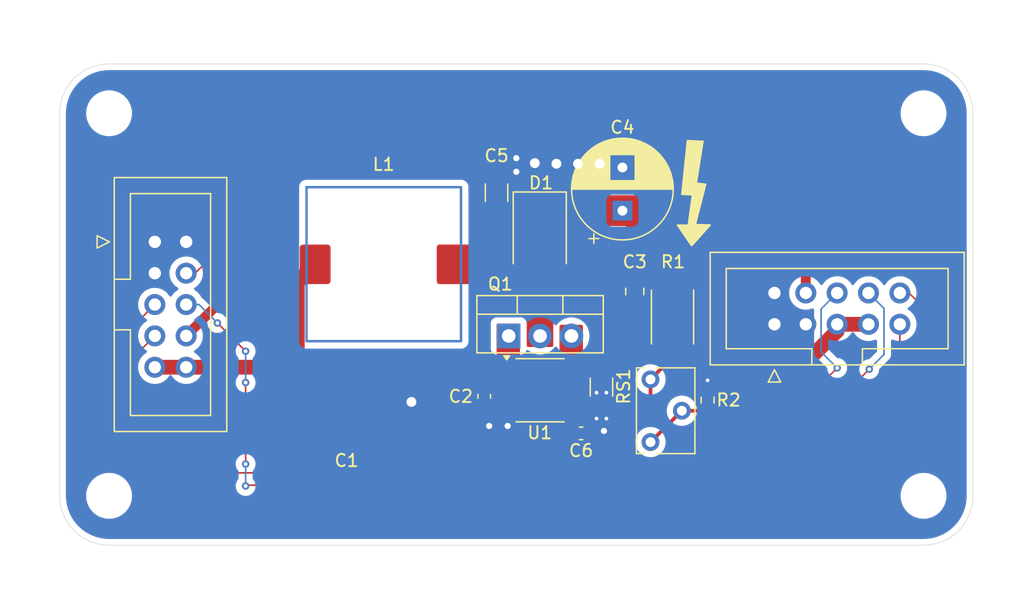
<source format=kicad_pcb>
(kicad_pcb (version 20240108) (generator "pcbnew") (generator_version "8.0")
  (title_block (title "Power Supply PCB") (date "2024-06-16") (rev "0.1.2"))
  (layers (0 "F.Cu" signal) (31 "B.Cu" signal) (34 "B.Paste" user) (35 "F.Paste" user) (36 "B.SilkS" user "B.Silkscreen") (37 "F.SilkS" user "F.Silkscreen") (38 "B.Mask" user) (39 "F.Mask" user) (44 "Edge.Cuts" user))
  (net 0 "")
  (net 1 "GND")
  (net 2 "VBUS")
  (net 3 "170V")
  (net 4 "FB")
  (net 5 "/REF_BYPASS")
  (net 6 "/DRAIN")
  (net 7 "/GATE_DRIVE")
  (net 8 "/CURRENT_SENSE")
  (net 9 "/FB_PD")
  (net 10 "LATCH")
  (net 11 "SER")
  (net 12 "CLK")
  (net 13 "+3V3")
  (net 14 "OE")
  (footprint "Package_SO:SO-8_3.9x4.9mm_P1.27mm" (layer "F.Cu") (at 154.925 92.445)
    (property "Reference" "U1" (at -0.025 3.445 0) (layer "F.SilkS") (effects (font (thickness 0.153))))
    (property "Value" "MAX1771ESA+T" (hide yes))
    (fp_line (start 0 -2.56) (end -1.95 -2.56) (stroke (width 0.12)) (layer "F.SilkS"))
    (fp_line (start 0 -2.56) (end 1.95 -2.56) (stroke (width 0.12)) (layer "F.SilkS"))
    (fp_line (start 0 2.56) (end -1.95 2.56) (stroke (width 0.12)) (layer "F.SilkS"))
    (fp_line (start 0 2.56) (end 1.95 2.56) (stroke (width 0.12)) (layer "F.SilkS"))
    (fp_poly (pts (xy -2.7 -2.465) (xy -2.94 -2.795) (xy -2.46 -2.795) (xy -2.7 -2.465)) (stroke (width 0.12)) (fill solid) (layer "F.SilkS"))
    (pad "1" smd roundrect (at -2.575 -1.905) (size 1.75 0.6) (layers "F.Cu" "F.Paste" "F.Mask") (net 7 "/GATE_DRIVE"))
    (pad "2" smd roundrect (at -2.575 -0.635) (size 1.75 0.6) (layers "F.Cu" "F.Paste" "F.Mask") (net 2 "VBUS"))
    (pad "3" smd roundrect (at -2.575 0.635) (size 1.75 0.6) (layers "F.Cu" "F.Paste" "F.Mask") (net 4 "FB"))
    (pad "4" smd roundrect (at -2.575 1.905) (size 1.75 0.6) (layers "F.Cu" "F.Paste" "F.Mask") (net 1 "GND"))
    (pad "5" smd roundrect (at 2.575 1.905) (size 1.75 0.6) (layers "F.Cu" "F.Paste" "F.Mask") (net 5 "/REF_BYPASS"))
    (pad "6" smd roundrect (at 2.575 0.635) (size 1.75 0.6) (layers "F.Cu" "F.Paste" "F.Mask") (net 1 "GND"))
    (pad "7" smd roundrect (at 2.575 -0.635) (size 1.75 0.6) (layers "F.Cu" "F.Paste" "F.Mask") (net 1 "GND"))
    (pad "8" smd roundrect (at 2.575 -1.905) (size 1.75 0.6) (layers "F.Cu" "F.Paste" "F.Mask") (net 8 "/CURRENT_SENSE"))
  )
  (footprint "MountingHole:MountingHole_3.2mm_M3" (layer "F.Cu") (at 120 70)
    (property "Reference" "H1" (hide yes))
    (property "Value" "MountingHole" (hide yes))
    (pad "" np_thru_hole circle (at 0 0) (size 3.2 3.2) (drill 3.2) (layers "*.Cu" "*.Mask"))
  )
  (footprint "MountingHole:MountingHole_3.2mm_M3" (layer "F.Cu") (at 186 70)
    (property "Reference" "H2" (hide yes))
    (property "Value" "MountingHole" (hide yes))
    (pad "" np_thru_hole circle (at 0 0) (size 3.2 3.2) (drill 3.2) (layers "*.Cu" "*.Mask"))
  )
  (footprint "Custom:EEE-FN1E680P" (layer "F.Cu") (at 139.4 93.44 -90)
    (property "Reference" "C1" (at 4.7 0.15 0) (layer "F.SilkS") (effects (font (thickness 0.153))))
    (property "Value" "68u" (hide yes))
    (pad "1" smd roundrect (at 0 2.5 270) (size 1.6 3.2) (layers "F.Cu" "F.Paste" "F.Mask") (roundrect_rratio 0.1) (net 2 "VBUS"))
    (pad "2" smd roundrect (at 0 -2.5 270) (size 1.6 3.2) (layers "F.Cu" "F.Paste" "F.Mask") (roundrect_rratio 0.1) (net 1 "GND"))
  )
  (footprint "Capacitor_SMD:C_1206_3216Metric" (layer "F.Cu") (at 151.4 76.44 90)
    (property "Reference" "C5" (at 3 0 0) (layer "F.SilkS") (effects (font (thickness 0.153))))
    (property "Value" "100n/250v" (hide yes))
    (fp_line (start -0.711252 -0.91) (end 0.711252 -0.91) (stroke (width 0.12)) (layer "F.SilkS"))
    (fp_line (start -0.711252 0.91) (end 0.711252 0.91) (stroke (width 0.12)) (layer "F.SilkS"))
    (pad "1" smd roundrect (at -1.475 0 90) (size 1.15 1.8) (layers "F.Cu" "F.Paste" "F.Mask") (roundrect_rratio 0.217391) (net 3 "170V"))
    (pad "2" smd roundrect (at 1.475 0 90) (size 1.15 1.8) (layers "F.Cu" "F.Paste" "F.Mask") (roundrect_rratio 0.217391) (net 1 "GND"))
  )
  (footprint "Package_TO_SOT_THT:TO-220-3_Vertical" (layer "F.Cu") (at 152.385 88.045)
    (property "Reference" "Q1" (at -0.685 -4.205 0) (layer "F.SilkS") (effects (font (thickness 0.153))))
    (property "Value" "IRF644PBF" (hide yes))
    (fp_line (start -2.58 -3.27) (end -2.58 1.371) (stroke (width 0.12)) (layer "F.SilkS"))
    (fp_line (start -2.58 -3.27) (end 7.66 -3.27) (stroke (width 0.12)) (layer "F.SilkS"))
    (fp_line (start -2.58 -1.76) (end 7.66 -1.76) (stroke (width 0.12)) (layer "F.SilkS"))
    (fp_line (start -2.58 1.371) (end 7.66 1.371) (stroke (width 0.12)) (layer "F.SilkS"))
    (fp_line (start 0.69 -3.27) (end 0.69 -1.76) (stroke (width 0.12)) (layer "F.SilkS"))
    (fp_line (start 4.391 -3.27) (end 4.391 -1.76) (stroke (width 0.12)) (layer "F.SilkS"))
    (fp_line (start 7.66 -3.27) (end 7.66 1.371) (stroke (width 0.12)) (layer "F.SilkS"))
    (pad "1" thru_hole rect (at 0 0) (size 1.905 2) (drill 1.1) (layers "*.Cu" "*.Mask") (net 7 "/GATE_DRIVE"))
    (pad "2" thru_hole oval (at 2.54 0) (size 1.905 2) (drill 1.1) (layers "*.Cu" "*.Mask") (net 6 "/DRAIN"))
    (pad "3" thru_hole oval (at 5.08 0) (size 1.905 2) (drill 1.1) (layers "*.Cu" "*.Mask") (net 8 "/CURRENT_SENSE"))
  )
  (footprint "Connector_IDC:IDC-Header_2x05_P2.54mm_Vertical" (layer "F.Cu") (at 123.7075 80.42)
    (property "Reference" "J2" (hide yes))
    (property "Value" "Conn_01x10_Pin" (hide yes))
    (fp_line (start -4.68 -0.5) (end -4.68 0.5) (stroke (width 0.12)) (layer "F.SilkS"))
    (fp_line (start -4.68 0.5) (end -3.68 0) (stroke (width 0.12)) (layer "F.SilkS"))
    (fp_line (start -3.68 0) (end -4.68 -0.5) (stroke (width 0.12)) (layer "F.SilkS"))
    (fp_line (start -3.29 -5.21) (end 5.83 -5.21) (stroke (width 0.12)) (layer "F.SilkS"))
    (fp_line (start -3.29 3.03) (end -1.98 3.03) (stroke (width 0.12)) (layer "F.SilkS"))
    (fp_line (start -3.29 15.37) (end -3.29 -5.21) (stroke (width 0.12)) (layer "F.SilkS"))
    (fp_line (start -1.98 -3.91) (end 4.52 -3.91) (stroke (width 0.12)) (layer "F.SilkS"))
    (fp_line (start -1.98 3.03) (end -1.98 -3.91) (stroke (width 0.12)) (layer "F.SilkS"))
    (fp_line (start -1.98 7.13) (end -3.29 7.13) (stroke (width 0.12)) (layer "F.SilkS"))
    (fp_line (start -1.98 7.13) (end -1.98 7.13) (stroke (width 0.12)) (layer "F.SilkS"))
    (fp_line (start -1.98 14.07) (end -1.98 7.13) (stroke (width 0.12)) (layer "F.SilkS"))
    (fp_line (start 4.52 -3.91) (end 4.52 14.07) (stroke (width 0.12)) (layer "F.SilkS"))
    (fp_line (start 4.52 14.07) (end -1.98 14.07) (stroke (width 0.12)) (layer "F.SilkS"))
    (fp_line (start 5.83 -5.21) (end 5.83 15.37) (stroke (width 0.12)) (layer "F.SilkS"))
    (fp_line (start 5.83 15.37) (end -3.29 15.37) (stroke (width 0.12)) (layer "F.SilkS"))
    (pad "1" thru_hole roundrect (at 0 0) (size 1.7 1.7) (drill 1) (layers "*.Cu" "*.Mask") (roundrect_rratio 0.147059) (net 1 "GND"))
    (pad "2" thru_hole circle (at 2.54 0) (size 1.7 1.7) (drill 1) (layers "*.Cu" "*.Mask") (net 1 "GND"))
    (pad "3" thru_hole circle (at 0 2.54) (size 1.7 1.7) (drill 1) (layers "*.Cu" "*.Mask") (net 1 "GND"))
    (pad "4" thru_hole circle (at 2.54 2.54) (size 1.7 1.7) (drill 1) (layers "*.Cu" "*.Mask") (net 10 "LATCH"))
    (pad "5" thru_hole circle (at 0 5.08) (size 1.7 1.7) (drill 1) (layers "*.Cu" "*.Mask") (net 12 "CLK"))
    (pad "6" thru_hole circle (at 2.54 5.08) (size 1.7 1.7) (drill 1) (layers "*.Cu" "*.Mask") (net 14 "OE"))
    (pad "7" thru_hole circle (at 0 7.62) (size 1.7 1.7) (drill 1) (layers "*.Cu" "*.Mask") (net 11 "SER"))
    (pad "8" thru_hole circle (at 2.54 7.62) (size 1.7 1.7) (drill 1) (layers "*.Cu" "*.Mask") (net 13 "+3V3"))
    (pad "9" thru_hole circle (at 0 10.16) (size 1.7 1.7) (drill 1) (layers "*.Cu" "*.Mask") (net 2 "VBUS"))
    (pad "10" thru_hole circle (at 2.54 10.16) (size 1.7 1.7) (drill 1) (layers "*.Cu" "*.Mask") (net 2 "VBUS"))
  )
  (footprint "Resistor_SMD:R_2512_6332Metric" (layer "F.Cu") (at 165.66 86.51 90)
    (property "Reference" "R1" (at 4.47 0.04 0) (layer "F.SilkS") (effects (font (thickness 0.153))))
    (property "Value" "1M5" (hide yes))
    (fp_line (start -2.177064 -1.71) (end 2.177064 -1.71) (stroke (width 0.12)) (layer "F.SilkS"))
    (fp_line (start -2.177064 1.71) (end 2.177064 1.71) (stroke (width 0.12)) (layer "F.SilkS"))
    (pad "1" smd roundrect (at -2.9625 0 90) (size 1.225 3.35) (layers "F.Cu" "F.Paste" "F.Mask") (roundrect_rratio 0.204082) (net 4 "FB"))
    (pad "2" smd roundrect (at 2.9625 0 90) (size 1.225 3.35) (layers "F.Cu" "F.Paste" "F.Mask") (roundrect_rratio 0.204082) (net 3 "170V"))
  )
  (footprint "Capacitor_SMD:C_0603_1608Metric" (layer "F.Cu") (at 158.25 95.94)
    (property "Reference" "C6" (at 0 1.4 0) (layer "F.SilkS") (effects (font (thickness 0.153))))
    (property "Value" "100n" (hide yes))
    (fp_line (start -0.14058 -0.51) (end 0.14058 -0.51) (stroke (width 0.12)) (layer "F.SilkS"))
    (fp_line (start -0.14058 0.51) (end 0.14058 0.51) (stroke (width 0.12)) (layer "F.SilkS"))
    (pad "1" smd roundrect (at -0.775 0) (size 0.9 0.95) (layers "F.Cu" "F.Paste" "F.Mask") (net 5 "/REF_BYPASS"))
    (pad "2" smd roundrect (at 0.775 0) (size 0.9 0.95) (layers "F.Cu" "F.Paste" "F.Mask") (net 1 "GND"))
  )
  (footprint "Resistor_SMD:R_1206_3216Metric_Pad1.30x1.75mm_HandSolder" (layer "F.Cu") (at 159.9 92.19 -90)
    (property "Reference" "RS1" (at -0.05 -1.8 -90) (layer "F.SilkS") (effects (font (thickness 0.153))))
    (property "Value" "0.05R" (hide yes))
    (fp_line (start -0.727064 0.91) (end 0.727064 0.91) (stroke (width 0.12)) (layer "F.SilkS"))
    (fp_line (start -0.727064 -0.91) (end 0.727064 -0.91) (stroke (width 0.12)) (layer "F.SilkS"))
    (pad "1" smd roundrect (at -1.55 0 270) (size 1.3 1.75) (layers "F.Cu" "F.Paste" "F.Mask") (roundrect_rratio 0.192308) (net 8 "/CURRENT_SENSE"))
    (pad "2" smd roundrect (at 1.55 0 270) (size 1.3 1.75) (layers "F.Cu" "F.Paste" "F.Mask") (roundrect_rratio 0.192308) (net 1 "GND"))
  )
  (footprint "MountingHole:MountingHole_3.2mm_M3" (layer "F.Cu") (at 120 101)
    (property "Reference" "H4" (hide yes))
    (property "Value" "MountingHole" (hide yes))
    (pad "" np_thru_hole circle (at 0 0) (size 3.2 3.2) (drill 3.2) (layers "*.Cu" "*.Mask"))
  )
  (footprint "MountingHole:MountingHole_3.2mm_M3" (layer "F.Cu") (at 186 101)
    (property "Reference" "H3" (hide yes))
    (property "Value" "MountingHole" (hide yes))
    (pad "" np_thru_hole circle (at 0 0) (size 3.2 3.2) (drill 3.2) (layers "*.Cu" "*.Mask"))
  )
  (footprint "Capacitor_SMD:C_0805_2012Metric" (layer "F.Cu") (at 162.6 84.44 90)
    (property "Reference" "C3" (at 2.4 0 0) (layer "F.SilkS") (effects (font (thickness 0.153))))
    (property "Value" "100p/250v" (hide yes))
    (fp_line (start -0.261252 -0.735) (end 0.261252 -0.735) (stroke (width 0.12)) (layer "F.SilkS"))
    (fp_line (start -0.261252 0.735) (end 0.261252 0.735) (stroke (width 0.12)) (layer "F.SilkS"))
    (pad "1" smd roundrect (at -0.95 0 90) (size 1 1.45) (layers "F.Cu" "F.Paste" "F.Mask") (net 4 "FB"))
    (pad "2" smd roundrect (at 0.95 0 90) (size 1 1.45) (layers "F.Cu" "F.Paste" "F.Mask") (net 3 "170V"))
  )
  (footprint "Diode_SMD:D_SMB" (layer "F.Cu") (at 154.9 80.04 -90)
    (property "Reference" "D1" (at -4.4 -0.1 180) (layer "F.SilkS") (effects (font (thickness 0.153))))
    (property "Value" "ES2F-E3/5BT" (hide yes))
    (fp_line (start -3.66 2.15) (end 2.15 2.15) (stroke (width 0.12)) (layer "F.SilkS"))
    (fp_line (start -3.66 -2.15) (end -3.66 2.15) (stroke (width 0.12)) (layer "F.SilkS"))
    (fp_line (start -3.66 -2.15) (end 2.15 -2.15) (stroke (width 0.12)) (layer "F.SilkS"))
    (pad "1" smd roundrect (at -2.15 0 270) (size 2.5 2.3) (layers "F.Cu" "F.Paste" "F.Mask") (roundrect_rratio 0.1086956522) (net 3 "170V"))
    (pad "2" smd roundrect (at 2.15 0 270) (size 2.5 2.3) (layers "F.Cu" "F.Paste" "F.Mask") (roundrect_rratio 0.1086956522) (net 6 "/DRAIN"))
  )
  (footprint "Custom:SMDRS1275-101N" (layer "F.Cu") (at 142.25 82.24)
    (property "Reference" "L1" (at 0 -8.1 0) (layer "F.SilkS") (effects (font (thickness 0.153))))
    (property "Value" "100uH" (hide yes))
    (pad "1" smd roundrect (at -5.55 0) (size 2.5 3.2) (layers "F.Cu" "F.Paste" "F.Mask") (roundrect_rratio 0.1) (net 2 "VBUS"))
    (pad "2" smd roundrect (at 5.55 0) (size 2.5 3.2) (layers "F.Cu" "F.Paste" "F.Mask") (roundrect_rratio 0.1) (net 6 "/DRAIN"))
  )
  (footprint "Connector_IDC:IDC-Header_2x05_P2.54mm_Vertical" (layer "F.Cu") (at 173.92 87.1 90)
    (property "Reference" "J3" (hide yes))
    (property "Value" "Conn_01x10_Pin" (hide yes))
    (fp_line (start 5.83 -5.21) (end 5.83 15.37) (stroke (width 0.12)) (layer "F.SilkS"))
    (fp_line (start -3.29 -5.21) (end 5.83 -5.21) (stroke (width 0.12)) (layer "F.SilkS"))
    (fp_line (start 4.52 -3.91) (end 4.52 14.07) (stroke (width 0.12)) (layer "F.SilkS"))
    (fp_line (start -1.98 -3.91) (end 4.52 -3.91) (stroke (width 0.12)) (layer "F.SilkS"))
    (fp_line (start -4.68 -0.5) (end -4.68 0.5) (stroke (width 0.12)) (layer "F.SilkS"))
    (fp_line (start -3.68 0) (end -4.68 -0.5) (stroke (width 0.12)) (layer "F.SilkS"))
    (fp_line (start -4.68 0.5) (end -3.68 0) (stroke (width 0.12)) (layer "F.SilkS"))
    (fp_line (start -1.98 3.03) (end -1.98 -3.91) (stroke (width 0.12)) (layer "F.SilkS"))
    (fp_line (start -3.29 3.03) (end -1.98 3.03) (stroke (width 0.12)) (layer "F.SilkS"))
    (fp_line (start -1.98 7.13) (end -1.98 7.13) (stroke (width 0.12)) (layer "F.SilkS"))
    (fp_line (start -1.98 7.13) (end -3.29 7.13) (stroke (width 0.12)) (layer "F.SilkS"))
    (fp_line (start 4.52 14.07) (end -1.98 14.07) (stroke (width 0.12)) (layer "F.SilkS"))
    (fp_line (start -1.98 14.07) (end -1.98 7.13) (stroke (width 0.12)) (layer "F.SilkS"))
    (fp_line (start 5.83 15.37) (end -3.29 15.37) (stroke (width 0.12)) (layer "F.SilkS"))
    (fp_line (start -3.29 15.37) (end -3.29 -5.21) (stroke (width 0.12)) (layer "F.SilkS"))
    (pad "1" thru_hole roundrect (at 0 0 90) (size 1.7 1.7) (drill 1) (layers "*.Cu" "*.Mask") (roundrect_rratio 0.147059) (net 1 "GND"))
    (pad "2" thru_hole circle (at 2.54 0 90) (size 1.7 1.7) (drill 1) (layers "*.Cu" "*.Mask") (net 1 "GND"))
    (pad "3" thru_hole circle (at 0 2.54 90) (size 1.7 1.7) (drill 1) (layers "*.Cu" "*.Mask") (net 1 "GND"))
    (pad "4" thru_hole circle (at 2.54 2.54 90) (size 1.7 1.7) (drill 1) (layers "*.Cu" "*.Mask") (net 13 "+3V3"))
    (pad "5" thru_hole circle (at 0 5.08 90) (size 1.7 1.7) (drill 1) (layers "*.Cu" "*.Mask") (net 3 "170V"))
    (pad "6" thru_hole circle (at 2.54 5.08 90) (size 1.7 1.7) (drill 1) (layers "*.Cu" "*.Mask") (net 11 "SER"))
    (pad "7" thru_hole circle (at 0 7.62 90) (size 1.7 1.7) (drill 1) (layers "*.Cu" "*.Mask") (net 3 "170V"))
    (pad "8" thru_hole circle (at 2.54 7.62 90) (size 1.7 1.7) (drill 1) (layers "*.Cu" "*.Mask") (net 14 "OE"))
    (pad "9" thru_hole circle (at 0 10.16 90) (size 1.7 1.7) (drill 1) (layers "*.Cu" "*.Mask") (net 12 "CLK"))
    (pad "10" thru_hole circle (at 2.54 10.16 90) (size 1.7 1.7) (drill 1) (layers "*.Cu" "*.Mask") (net 10 "LATCH"))
  )
  (footprint "Resistor_SMD:R_0603_1608Metric" (layer "F.Cu") (at 168.5 93.24 90)
    (property "Reference" "R2" (at 0 1.7 0) (layer "F.SilkS") (effects (font (thickness 0.153))))
    (property "Value" "10k" (hide yes))
    (fp_line (start -0.237258 -0.5225) (end 0.237258 -0.5225) (stroke (width 0.12)) (layer "F.SilkS"))
    (fp_line (start -0.237258 0.5225) (end 0.237258 0.5225) (stroke (width 0.12)) (layer "F.SilkS"))
    (pad "1" smd roundrect (at -0.825 0 90) (size 0.8 0.95) (layers "F.Cu" "F.Paste" "F.Mask") (net 9 "/FB_PD"))
    (pad "2" smd roundrect (at 0.825 0 90) (size 0.8 0.95) (layers "F.Cu" "F.Paste" "F.Mask") (net 1 "GND"))
  )
  (footprint "Capacitor_SMD:C_0603_1608Metric" (layer "F.Cu") (at 150.4 92.94 -90)
    (property "Reference" "C2" (at 0 1.9 180) (layer "F.SilkS") (effects (font (thickness 0.153))))
    (property "Value" "1u" (hide yes))
    (fp_line (start -0.14058 0.51) (end 0.14058 0.51) (stroke (width 0.12)) (layer "F.SilkS"))
    (fp_line (start -0.14058 -0.51) (end 0.14058 -0.51) (stroke (width 0.12)) (layer "F.SilkS"))
    (pad "1" smd roundrect (at -0.775 0 270) (size 0.9 0.95) (layers "F.Cu" "F.Paste" "F.Mask") (net 2 "VBUS"))
    (pad "2" smd roundrect (at 0.775 0 270) (size 0.9 0.95) (layers "F.Cu" "F.Paste" "F.Mask") (net 1 "GND"))
  )
  (footprint "Capacitor_THT:CP_Radial_D8.0mm_P3.50mm" (layer "F.Cu") (at 161.6 77.892651 90)
    (property "Reference" "C4" (at 6.752651 0 0) (layer "F.SilkS") (effects (font (thickness 0.153))))
    (property "Value" "4.7u/250v" (hide yes))
    (fp_line (start 1.83 -4.08) (end 1.83 4.08) (stroke (width 0.12)) (layer "F.SilkS"))
    (fp_line (start 1.79 -4.08) (end 1.79 4.08) (stroke (width 0.12)) (layer "F.SilkS"))
    (fp_line (start 1.75 -4.08) (end 1.75 4.08) (stroke (width 0.12)) (layer "F.SilkS"))
    (fp_line (start 1.87 -4.079) (end 1.87 4.079) (stroke (width 0.12)) (layer "F.SilkS"))
    (fp_line (start 1.91 -4.077) (end 1.91 4.077) (stroke (width 0.12)) (layer "F.SilkS"))
    (fp_line (start 1.95 -4.076) (end 1.95 4.076) (stroke (width 0.12)) (layer "F.SilkS"))
    (fp_line (start 1.99 -4.074) (end 1.99 4.074) (stroke (width 0.12)) (layer "F.SilkS"))
    (fp_line (start 2.03 -4.071) (end 2.03 4.071) (stroke (width 0.12)) (layer "F.SilkS"))
    (fp_line (start 2.07 -4.068) (end 2.07 4.068) (stroke (width 0.12)) (layer "F.SilkS"))
    (fp_line (start 2.11 -4.065) (end 2.11 4.065) (stroke (width 0.12)) (layer "F.SilkS"))
    (fp_line (start 2.15 -4.061) (end 2.15 4.061) (stroke (width 0.12)) (layer "F.SilkS"))
    (fp_line (start 2.19 -4.057) (end 2.19 4.057) (stroke (width 0.12)) (layer "F.SilkS"))
    (fp_line (start 2.23 -4.052) (end 2.23 4.052) (stroke (width 0.12)) (layer "F.SilkS"))
    (fp_line (start 2.27 -4.048) (end 2.27 4.048) (stroke (width 0.12)) (layer "F.SilkS"))
    (fp_line (start 2.31 -4.042) (end 2.31 4.042) (stroke (width 0.12)) (layer "F.SilkS"))
    (fp_line (start 2.35 -4.037) (end 2.35 4.037) (stroke (width 0.12)) (layer "F.SilkS"))
    (fp_line (start 2.39 -4.03) (end 2.39 4.03) (stroke (width 0.12)) (layer "F.SilkS"))
    (fp_line (start 2.43 -4.024) (end 2.43 4.024) (stroke (width 0.12)) (layer "F.SilkS"))
    (fp_line (start 2.471 -4.017) (end 2.471 -1.04) (stroke (width 0.12)) (layer "F.SilkS"))
    (fp_line (start 2.511 -4.01) (end 2.511 -1.04) (stroke (width 0.12)) (layer "F.SilkS"))
    (fp_line (start 2.551 -4.002) (end 2.551 -1.04) (stroke (width 0.12)) (layer "F.SilkS"))
    (fp_line (start 2.591 -3.994) (end 2.591 -1.04) (stroke (width 0.12)) (layer "F.SilkS"))
    (fp_line (start 2.631 -3.985) (end 2.631 -1.04) (stroke (width 0.12)) (layer "F.SilkS"))
    (fp_line (start 2.671 -3.976) (end 2.671 -1.04) (stroke (width 0.12)) (layer "F.SilkS"))
    (fp_line (start 2.711 -3.967) (end 2.711 -1.04) (stroke (width 0.12)) (layer "F.SilkS"))
    (fp_line (start 2.751 -3.957) (end 2.751 -1.04) (stroke (width 0.12)) (layer "F.SilkS"))
    (fp_line (start 2.791 -3.947) (end 2.791 -1.04) (stroke (width 0.12)) (layer "F.SilkS"))
    (fp_line (start 2.831 -3.936) (end 2.831 -1.04) (stroke (width 0.12)) (layer "F.SilkS"))
    (fp_line (start 2.871 -3.925) (end 2.871 -1.04) (stroke (width 0.12)) (layer "F.SilkS"))
    (fp_line (start 2.911 -3.914) (end 2.911 -1.04) (stroke (width 0.12)) (layer "F.SilkS"))
    (fp_line (start 2.951 -3.902) (end 2.951 -1.04) (stroke (width 0.12)) (layer "F.SilkS"))
    (fp_line (start 2.991 -3.889) (end 2.991 -1.04) (stroke (width 0.12)) (layer "F.SilkS"))
    (fp_line (start 3.031 -3.877) (end 3.031 -1.04) (stroke (width 0.12)) (layer "F.SilkS"))
    (fp_line (start 3.071 -3.863) (end 3.071 -1.04) (stroke (width 0.12)) (layer "F.SilkS"))
    (fp_line (start 3.111 -3.85) (end 3.111 -1.04) (stroke (width 0.12)) (layer "F.SilkS"))
    (fp_line (start 3.151 -3.835) (end 3.151 -1.04) (stroke (width 0.12)) (layer "F.SilkS"))
    (fp_line (start 3.191 -3.821) (end 3.191 -1.04) (stroke (width 0.12)) (layer "F.SilkS"))
    (fp_line (start 3.231 -3.805) (end 3.231 -1.04) (stroke (width 0.12)) (layer "F.SilkS"))
    (fp_line (start 3.271 -3.79) (end 3.271 -1.04) (stroke (width 0.12)) (layer "F.SilkS"))
    (fp_line (start 3.311 -3.774) (end 3.311 -1.04) (stroke (width 0.12)) (layer "F.SilkS"))
    (fp_line (start 3.351 -3.757) (end 3.351 -1.04) (stroke (width 0.12)) (layer "F.SilkS"))
    (fp_line (start 3.391 -3.74) (end 3.391 -1.04) (stroke (width 0.12)) (layer "F.SilkS"))
    (fp_line (start 3.431 -3.722) (end 3.431 -1.04) (stroke (width 0.12)) (layer "F.SilkS"))
    (fp_line (start 3.471 -3.704) (end 3.471 -1.04) (stroke (width 0.12)) (layer "F.SilkS"))
    (fp_line (start 3.511 -3.686) (end 3.511 -1.04) (stroke (width 0.12)) (layer "F.SilkS"))
    (fp_line (start 3.551 -3.666) (end 3.551 -1.04) (stroke (width 0.12)) (layer "F.SilkS"))
    (fp_line (start 3.591 -3.647) (end 3.591 -1.04) (stroke (width 0.12)) (layer "F.SilkS"))
    (fp_line (start 3.631 -3.627) (end 3.631 -1.04) (stroke (width 0.12)) (layer "F.SilkS"))
    (fp_line (start 3.671 -3.606) (end 3.671 -1.04) (stroke (width 0.12)) (layer "F.SilkS"))
    (fp_line (start 3.711 -3.584) (end 3.711 -1.04) (stroke (width 0.12)) (layer "F.SilkS"))
    (fp_line (start 3.751 -3.562) (end 3.751 -1.04) (stroke (width 0.12)) (layer "F.SilkS"))
    (fp_line (start 3.791 -3.54) (end 3.791 -1.04) (stroke (width 0.12)) (layer "F.SilkS"))
    (fp_line (start 3.831 -3.517) (end 3.831 -1.04) (stroke (width 0.12)) (layer "F.SilkS"))
    (fp_line (start 3.871 -3.493) (end 3.871 -1.04) (stroke (width 0.12)) (layer "F.SilkS"))
    (fp_line (start 3.911 -3.469) (end 3.911 -1.04) (stroke (width 0.12)) (layer "F.SilkS"))
    (fp_line (start 3.951 -3.444) (end 3.951 -1.04) (stroke (width 0.12)) (layer "F.SilkS"))
    (fp_line (start 3.991 -3.418) (end 3.991 -1.04) (stroke (width 0.12)) (layer "F.SilkS"))
    (fp_line (start 4.031 -3.392) (end 4.031 -1.04) (stroke (width 0.12)) (layer "F.SilkS"))
    (fp_line (start 4.071 -3.365) (end 4.071 -1.04) (stroke (width 0.12)) (layer "F.SilkS"))
    (fp_line (start 4.111 -3.338) (end 4.111 -1.04) (stroke (width 0.12)) (layer "F.SilkS"))
    (fp_line (start 4.151 -3.309) (end 4.151 -1.04) (stroke (width 0.12)) (layer "F.SilkS"))
    (fp_line (start 4.191 -3.28) (end 4.191 -1.04) (stroke (width 0.12)) (layer "F.SilkS"))
    (fp_line (start 4.231 -3.25) (end 4.231 -1.04) (stroke (width 0.12)) (layer "F.SilkS"))
    (fp_line (start 4.271 -3.22) (end 4.271 -1.04) (stroke (width 0.12)) (layer "F.SilkS"))
    (fp_line (start 4.311 -3.189) (end 4.311 -1.04) (stroke (width 0.12)) (layer "F.SilkS"))
    (fp_line (start 4.351 -3.156) (end 4.351 -1.04) (stroke (width 0.12)) (layer "F.SilkS"))
    (fp_line (start 4.391 -3.124) (end 4.391 -1.04) (stroke (width 0.12)) (layer "F.SilkS"))
    (fp_line (start 4.431 -3.09) (end 4.431 -1.04) (stroke (width 0.12)) (layer "F.SilkS"))
    (fp_line (start 4.471 -3.055) (end 4.471 -1.04) (stroke (width 0.12)) (layer "F.SilkS"))
    (fp_line (start 4.511 -3.019) (end 4.511 -1.04) (stroke (width 0.12)) (layer "F.SilkS"))
    (fp_line (start 4.551 -2.983) (end 4.551 2.983) (stroke (width 0.12)) (layer "F.SilkS"))
    (fp_line (start 4.591 -2.945) (end 4.591 2.945) (stroke (width 0.12)) (layer "F.SilkS"))
    (fp_line (start 4.631 -2.907) (end 4.631 2.907) (stroke (width 0.12)) (layer "F.SilkS"))
    (fp_line (start 4.671 -2.867) (end 4.671 2.867) (stroke (width 0.12)) (layer "F.SilkS"))
    (fp_line (start 4.711 -2.826) (end 4.711 2.826) (stroke (width 0.12)) (layer "F.SilkS"))
    (fp_line (start 4.751 -2.784) (end 4.751 2.784) (stroke (width 0.12)) (layer "F.SilkS"))
    (fp_line (start 4.791 -2.741) (end 4.791 2.741) (stroke (width 0.12)) (layer "F.SilkS"))
    (fp_line (start -2.259698 -2.715) (end -2.259698 -1.915) (stroke (width 0.12)) (layer "F.SilkS"))
    (fp_line (start 4.831 -2.697) (end 4.831 2.697) (stroke (width 0.12)) (layer "F.SilkS"))
    (fp_line (start 4.871 -2.651) (end 4.871 2.651) (stroke (width 0.12)) (layer "F.SilkS"))
    (fp_line (start 4.911 -2.604) (end 4.911 2.604) (stroke (width 0.12)) (layer "F.SilkS"))
    (fp_line (start 4.951 -2.556) (end 4.951 2.556) (stroke (width 0.12)) (layer "F.SilkS"))
    (fp_line (start 4.991 -2.505) (end 4.991 2.505) (stroke (width 0.12)) (layer "F.SilkS"))
    (fp_line (start 5.031 -2.454) (end 5.031 2.454) (stroke (width 0.12)) (layer "F.SilkS"))
    (fp_line (start 5.071 -2.4) (end 5.071 2.4) (stroke (width 0.12)) (layer "F.SilkS"))
    (fp_line (start 5.111 -2.345) (end 5.111 2.345) (stroke (width 0.12)) (layer "F.SilkS"))
    (fp_line (start -2.659698 -2.315) (end -1.859698 -2.315) (stroke (width 0.12)) (layer "F.SilkS"))
    (fp_line (start 5.151 -2.287) (end 5.151 2.287) (stroke (width 0.12)) (layer "F.SilkS"))
    (fp_line (start 5.191 -2.228) (end 5.191 2.228) (stroke (width 0.12)) (layer "F.SilkS"))
    (fp_line (start 5.231 -2.166) (end 5.231 2.166) (stroke (width 0.12)) (layer "F.SilkS"))
    (fp_line (start 5.271 -2.102) (end 5.271 2.102) (stroke (width 0.12)) (layer "F.SilkS"))
    (fp_line (start 5.311 -2.034) (end 5.311 2.034) (stroke (width 0.12)) (layer "F.SilkS"))
    (fp_line (start 5.351 -1.964) (end 5.351 1.964) (stroke (width 0.12)) (layer "F.SilkS"))
    (fp_line (start 5.391 -1.89) (end 5.391 1.89) (stroke (width 0.12)) (layer "F.SilkS"))
    (fp_line (start 5.431 -1.813) (end 5.431 1.813) (stroke (width 0.12)) (layer "F.SilkS"))
    (fp_line (start 5.471 -1.731) (end 5.471 1.731) (stroke (width 0.12)) (layer "F.SilkS"))
    (fp_line (start 5.511 -1.645) (end 5.511 1.645) (stroke (width 0.12)) (layer "F.SilkS"))
    (fp_line (start 5.551 -1.552) (end 5.551 1.552) (stroke (width 0.12)) (layer "F.SilkS"))
    (fp_line (start 5.591 -1.453) (end 5.591 1.453) (stroke (width 0.12)) (layer "F.SilkS"))
    (fp_line (start 5.631 -1.346) (end 5.631 1.346) (stroke (width 0.12)) (layer "F.SilkS"))
    (fp_line (start 5.671 -1.229) (end 5.671 1.229) (stroke (width 0.12)) (layer "F.SilkS"))
    (fp_line (start 5.711 -1.098) (end 5.711 1.098) (stroke (width 0.12)) (layer "F.SilkS"))
    (fp_line (start 5.751 -0.948) (end 5.751 0.948) (stroke (width 0.12)) (layer "F.SilkS"))
    (fp_line (start 5.791 -0.768) (end 5.791 0.768) (stroke (width 0.12)) (layer "F.SilkS"))
    (fp_line (start 5.831 -0.533) (end 5.831 0.533) (stroke (width 0.12)) (layer "F.SilkS"))
    (fp_line (start 4.511 1.04) (end 4.511 3.019) (stroke (width 0.12)) (layer "F.SilkS"))
    (fp_line (start 4.471 1.04) (end 4.471 3.055) (stroke (width 0.12)) (layer "F.SilkS"))
    (fp_line (start 4.431 1.04) (end 4.431 3.09) (stroke (width 0.12)) (layer "F.SilkS"))
    (fp_line (start 4.391 1.04) (end 4.391 3.124) (stroke (width 0.12)) (layer "F.SilkS"))
    (fp_line (start 4.351 1.04) (end 4.351 3.156) (stroke (width 0.12)) (layer "F.SilkS"))
    (fp_line (start 4.311 1.04) (end 4.311 3.189) (stroke (width 0.12)) (layer "F.SilkS"))
    (fp_line (start 4.271 1.04) (end 4.271 3.22) (stroke (width 0.12)) (layer "F.SilkS"))
    (fp_line (start 4.231 1.04) (end 4.231 3.25) (stroke (width 0.12)) (layer "F.SilkS"))
    (fp_line (start 4.191 1.04) (end 4.191 3.28) (stroke (width 0.12)) (layer "F.SilkS"))
    (fp_line (start 4.151 1.04) (end 4.151 3.309) (stroke (width 0.12)) (layer "F.SilkS"))
    (fp_line (start 4.111 1.04) (end 4.111 3.338) (stroke (width 0.12)) (layer "F.SilkS"))
    (fp_line (start 4.071 1.04) (end 4.071 3.365) (stroke (width 0.12)) (layer "F.SilkS"))
    (fp_line (start 4.031 1.04) (end 4.031 3.392) (stroke (width 0.12)) (layer "F.SilkS"))
    (fp_line (start 3.991 1.04) (end 3.991 3.418) (stroke (width 0.12)) (layer "F.SilkS"))
    (fp_line (start 3.951 1.04) (end 3.951 3.444) (stroke (width 0.12)) (layer "F.SilkS"))
    (fp_line (start 3.911 1.04) (end 3.911 3.469) (stroke (width 0.12)) (layer "F.SilkS"))
    (fp_line (start 3.871 1.04) (end 3.871 3.493) (stroke (width 0.12)) (layer "F.SilkS"))
    (fp_line (start 3.831 1.04) (end 3.831 3.517) (stroke (width 0.12)) (layer "F.SilkS"))
    (fp_line (start 3.791 1.04) (end 3.791 3.54) (stroke (width 0.12)) (layer "F.SilkS"))
    (fp_line (start 3.751 1.04) (end 3.751 3.562) (stroke (width 0.12)) (layer "F.SilkS"))
    (fp_line (start 3.711 1.04) (end 3.711 3.584) (stroke (width 0.12)) (layer "F.SilkS"))
    (fp_line (start 3.671 1.04) (end 3.671 3.606) (stroke (width 0.12)) (layer "F.SilkS"))
    (fp_line (start 3.631 1.04) (end 3.631 3.627) (stroke (width 0.12)) (layer "F.SilkS"))
    (fp_line (start 3.591 1.04) (end 3.591 3.647) (stroke (width 0.12)) (layer "F.SilkS"))
    (fp_line (start 3.551 1.04) (end 3.551 3.666) (stroke (width 0.12)) (layer "F.SilkS"))
    (fp_line (start 3.511 1.04) (end 3.511 3.686) (stroke (width 0.12)) (layer "F.SilkS"))
    (fp_line (start 3.471 1.04) (end 3.471 3.704) (stroke (width 0.12)) (layer "F.SilkS"))
    (fp_line (start 3.431 1.04) (end 3.431 3.722) (stroke (width 0.12)) (layer "F.SilkS"))
    (fp_line (start 3.391 1.04) (end 3.391 3.74) (stroke (width 0.12)) (layer "F.SilkS"))
    (fp_line (start 3.351 1.04) (end 3.351 3.757) (stroke (width 0.12)) (layer "F.SilkS"))
    (fp_line (start 3.311 1.04) (end 3.311 3.774) (stroke (width 0.12)) (layer "F.SilkS"))
    (fp_line (start 3.271 1.04) (end 3.271 3.79) (stroke (width 0.12)) (layer "F.SilkS"))
    (fp_line (start 3.231 1.04) (end 3.231 3.805) (stroke (width 0.12)) (layer "F.SilkS"))
    (fp_line (start 3.191 1.04) (end 3.191 3.821) (stroke (width 0.12)) (layer "F.SilkS"))
    (fp_line (start 3.151 1.04) (end 3.151 3.835) (stroke (width 0.12)) (layer "F.SilkS"))
    (fp_line (start 3.111 1.04) (end 3.111 3.85) (stroke (width 0.12)) (layer "F.SilkS"))
    (fp_line (start 3.071 1.04) (end 3.071 3.863) (stroke (width 0.12)) (layer "F.SilkS"))
    (fp_line (start 3.031 1.04) (end 3.031 3.877) (stroke (width 0.12)) (layer "F.SilkS"))
    (fp_line (start 2.991 1.04) (end 2.991 3.889) (stroke (width 0.12)) (layer "F.SilkS"))
    (fp_line (start 2.951 1.04) (end 2.951 3.902) (stroke (width 0.12)) (layer "F.SilkS"))
    (fp_line (start 2.911 1.04) (end 2.911 3.914) (stroke (width 0.12)) (layer "F.SilkS"))
    (fp_line (start 2.871 1.04) (end 2.871 3.925) (stroke (width 0.12)) (layer "F.SilkS"))
    (fp_line (start 2.831 1.04) (end 2.831 3.936) (stroke (width 0.12)) (layer "F.SilkS"))
    (fp_line (start 2.791 1.04) (end 2.791 3.947) (stroke (width 0.12)) (layer "F.SilkS"))
    (fp_line (start 2.751 1.04) (end 2.751 3.957) (stroke (width 0.12)) (layer "F.SilkS"))
    (fp_line (start 2.711 1.04) (end 2.711 3.967) (stroke (width 0.12)) (layer "F.SilkS"))
    (fp_line (start 2.671 1.04) (end 2.671 3.976) (stroke (width 0.12)) (layer "F.SilkS"))
    (fp_line (start 2.631 1.04) (end 2.631 3.985) (stroke (width 0.12)) (layer "F.SilkS"))
    (fp_line (start 2.591 1.04) (end 2.591 3.994) (stroke (width 0.12)) (layer "F.SilkS"))
    (fp_line (start 2.551 1.04) (end 2.551 4.002) (stroke (width 0.12)) (layer "F.SilkS"))
    (fp_line (start 2.511 1.04) (end 2.511 4.01) (stroke (width 0.12)) (layer "F.SilkS"))
    (fp_line (start 2.471 1.04) (end 2.471 4.017) (stroke (width 0.12)) (layer "F.SilkS"))
    (fp_circle (center 1.75 0) (end 5.87 0) (stroke (width 0.12)) (fill none) (layer "F.SilkS"))
    (pad "1" thru_hole rect (at 0 0 90) (size 1.6 1.6) (drill 0.8) (layers "*.Cu" "*.Mask") (net 3 "170V"))
    (pad "2" thru_hole circle (at 3.5 0 90) (size 1.6 1.6) (drill 0.8) (layers "*.Cu" "*.Mask") (net 1 "GND"))
  )
  (footprint "Potentiometer_THT:Potentiometer_Bourns_3266W_Vertical" (layer "F.Cu") (at 163.875 91.565 90)
    (property "Reference" "RV1" (hide yes))
    (property "Value" "10k" (hide yes))
    (fp_line (start 0.935 -1.14) (end 0.935 -0.495) (stroke (width 0.12)) (layer "F.SilkS"))
    (fp_line (start -6.015 -1.14) (end 0.935 -1.14) (stroke (width 0.12)) (layer "F.SilkS"))
    (fp_line (start -6.015 -1.14) (end -6.015 -0.495) (stroke (width 0.12)) (layer "F.SilkS"))
    (fp_line (start 0.935 0.495) (end 0.935 3.6) (stroke (width 0.12)) (layer "F.SilkS"))
    (fp_line (start -6.015 0.495) (end -6.015 3.6) (stroke (width 0.12)) (layer "F.SilkS"))
    (fp_line (start -6.015 3.6) (end 0.935 3.6) (stroke (width 0.12)) (layer "F.SilkS"))
    (pad "1" thru_hole circle (at 0 0 90) (size 1.44 1.44) (drill 0.8) (layers "*.Cu" "*.Mask") (net 4 "FB"))
    (pad "2" thru_hole circle (at -2.54 2.54 90) (size 1.44 1.44) (drill 0.8) (layers "*.Cu" "*.Mask") (net 9 "/FB_PD"))
    (pad "3" thru_hole circle (at -5.08 0 90) (size 1.44 1.44) (drill 0.8) (layers "*.Cu" "*.Mask") (net 9 "/FB_PD"))
  )
  (gr_rect (start 136 75.99) (end 148.52 88.47) (stroke (width 0.2)) (fill none) (layer "B.Cu"))
  (gr_poly (pts (xy 167.21 80.71) (xy 168.69 79.06) (xy 167.49 79.04) (xy 168.33 75.76) (xy 167.57 75.68) (xy 168.11 72.29) (xy 166.88 72.23) (xy 166.43 76.55) (xy 167.29 76.6) (xy 166.95 79.09) (xy 166.08 79.07)) (stroke (width 0.153)) (fill solid) (layer "F.SilkS"))
  (gr_arc (start 186 66) (mid 188.828427 67.171573) (end 190 70) (stroke (width 0.05)) (layer "Edge.Cuts"))
  (gr_line (start 190 101) (end 190 70) (stroke (width 0.05)) (layer "Edge.Cuts"))
  (gr_arc (start 120 105) (mid 117.171573 103.828427) (end 116 101) (stroke (width 0.05)) (layer "Edge.Cuts"))
  (gr_line (start 120 66) (end 186 66) (stroke (width 0.05)) (layer "Edge.Cuts"))
  (gr_line (start 116 101) (end 116 70) (stroke (width 0.05)) (layer "Edge.Cuts"))
  (gr_arc (start 190 101) (mid 188.828427 103.828427) (end 186 105) (stroke (width 0.05)) (layer "Edge.Cuts"))
  (gr_line (start 120 105) (end 186 105) (stroke (width 0.05)) (layer "Edge.Cuts"))
  (gr_arc (start 116 70) (mid 117.171573 67.171573) (end 120 66) (stroke (width 0.05)) (layer "Edge.Cuts"))
  (segment (start 141.9 93.44) (end 144.45 93.44) (width 0.8) (layer "F.Cu") (net 1))
  (segment (start 144.45 93.44) (end 144.5 93.39) (width 0.8) (layer "F.Cu") (net 1))
  (segment (start 168.5 92.415) (end 168.5 91.64) (width 0.3) (layer "F.Cu") (net 1))
  (via (at 144.5 93.39) (size 1.6) (drill 0.8) (layers "F.Cu" "B.Cu") (net 1))
  (via (at 160.3 92.64) (size 0.6) (drill 0.3) (layers "F.Cu" "B.Cu") (net 1))
  (via (at 150.8 95.34) (size 1) (drill 0.5) (layers "F.Cu" "B.Cu") (net 1))
  (via (at 160.3 94.74) (size 0.6) (drill 0.3) (layers "F.Cu" "B.Cu") (net 1))
  (via (at 152.3 95.34) (size 1) (drill 0.5) (layers "F.Cu" "B.Cu") (net 1))
  (via (at 159.5 92.64) (size 0.6) (drill 0.3) (layers "F.Cu" "B.Cu") (net 1))
  (via (at 160.1 95.74) (size 1) (drill 0.5) (layers "F.Cu" "B.Cu") (net 1))
  (via (at 159.5 94.74) (size 0.6) (drill 0.3) (layers "F.Cu" "B.Cu") (net 1))
  (via (at 153 73.64) (size 1) (drill 0.5) (layers "F.Cu" "B.Cu") (net 1))
  (via (at 153 74.74) (size 1) (drill 0.5) (layers "F.Cu" "B.Cu") (net 1))
  (via (at 158 74.09) (size 1.6) (drill 0.8) (layers "F.Cu" "B.Cu") (net 1))
  (via (at 156.25 74.09) (size 1.6) (drill 0.8) (layers "F.Cu" "B.Cu") (net 1))
  (via (at 159.75 74.09) (size 1.6) (drill 0.8) (layers "F.Cu" "B.Cu") (net 1))
  (via (at 154.5 74.04) (size 1.6) (drill 0.8) (layers "F.Cu" "B.Cu") (net 1))
  (via (at 168.5 91.64) (size 0.6) (drill 0.3) (layers "F.Cu" "B.Cu") (net 1))
  (segment (start 149.275 92.165) (end 147.75 90.64) (width 0.3) (layer "F.Cu") (net 2))
  (segment (start 152.35 91.81) (end 150.755 91.81) (width 0.3) (layer "F.Cu") (net 2))
  (segment (start 135.25 91.79) (end 135.25 90.64) (width 1.2) (layer "F.Cu") (net 2))
  (segment (start 123.7075 90.58) (end 135.19 90.58) (width 1.2) (layer "F.Cu") (net 2))
  (segment (start 135.25 83.69) (end 135.25 90.64) (width 1.2) (layer "F.Cu") (net 2))
  (segment (start 136.9 93.44) (end 135.25 91.79) (width 1.2) (layer "F.Cu") (net 2))
  (segment (start 147.75 90.64) (end 135.25 90.64) (width 0.3) (layer "F.Cu") (net 2))
  (segment (start 135.19 90.58) (end 135.25 90.64) (width 1.2) (layer "F.Cu") (net 2))
  (segment (start 150.4 92.165) (end 149.275 92.165) (width 0.3) (layer "F.Cu") (net 2))
  (segment (start 150.755 91.81) (end 150.4 92.165) (width 0.3) (layer "F.Cu") (net 2))
  (segment (start 136.7 82.24) (end 135.25 83.69) (width 1.2) (layer "F.Cu") (net 2))
  (segment (start 179 87.64) (end 177 89.64) (width 1.2) (layer "F.Cu") (net 3))
  (segment (start 179 87.1) (end 179 87.64) (width 1.2) (layer "F.Cu") (net 3))
  (segment (start 177 89.64) (end 171.7525 89.64) (width 1.2) (layer "F.Cu") (net 3))
  (segment (start 181.54 87.1) (end 179 87.1) (width 1.2) (layer "F.Cu") (net 3))
  (segment (start 171.7525 89.64) (end 165.66 83.5475) (width 1.2) (layer "F.Cu") (net 3))
  (segment (start 155.2 95.94) (end 156.6 97.34) (width 0.3) (layer "F.Cu") (net 4))
  (segment (start 162.6 85.39) (end 165.66 88.45) (width 0.3) (layer "F.Cu") (net 4))
  (segment (start 165.66 89.78) (end 163.875 91.565) (width 0.3) (layer "F.Cu") (net 4))
  (segment (start 155.2 95.055001) (end 155.2 95.94) (width 0.3) (layer "F.Cu") (net 4))
  (segment (start 153.224999 93.08) (end 155.2 95.055001) (width 0.3) (layer "F.Cu") (net 4))
  (segment (start 161.1 97.34) (end 163.875 94.565) (width 0.3) (layer "F.Cu") (net 4))
  (segment (start 163.875 94.565) (end 163.875 91.565) (width 0.3) (layer "F.Cu") (net 4))
  (segment (start 165.66 88.45) (end 165.66 89.4725) (width 0.3) (layer "F.Cu") (net 4))
  (segment (start 165.66 89.4725) (end 165.66 89.78) (width 0.3) (layer "F.Cu") (net 4))
  (segment (start 152.35 93.08) (end 153.224999 93.08) (width 0.3) (layer "F.Cu") (net 4))
  (segment (start 156.6 97.34) (end 161.1 97.34) (width 0.3) (layer "F.Cu") (net 4))
  (segment (start 157.475 94.375) (end 157.5 94.35) (width 0.3) (layer "F.Cu") (net 5))
  (segment (start 157.475 95.94) (end 157.475 94.375) (width 0.3) (layer "F.Cu") (net 5))
  (segment (start 163.875 96.645) (end 166.415 94.105) (width 0.3) (layer "F.Cu") (net 9))
  (segment (start 168.46 94.105) (end 168.5 94.065) (width 0.3) (layer "F.Cu") (net 9))
  (segment (start 166.415 94.105) (end 168.46 94.105) (width 0.3) (layer "F.Cu") (net 9))
  (segment (start 128.016 81.915) (end 126.971 82.96) (width 0.13) (layer "F.Cu") (net 10))
  (segment (start 119.634 81.153) (end 122.428 78.359) (width 0.13) (layer "F.Cu") (net 10))
  (segment (start 186.2 91.44) (end 186.2 85.94) (width 0.13) (layer "F.Cu") (net 10))
  (segment (start 186.2 85.94) (end 184.82 84.56) (width 0.13) (layer "F.Cu") (net 10))
  (segment (start 122.428 78.359) (end 126.746 78.359) (width 0.13) (layer "F.Cu") (net 10))
  (segment (start 128.016 79.629) (end 128.016 81.915) (width 0.13) (layer "F.Cu") (net 10))
  (segment (start 119.634 94.107) (end 119.634 81.153) (width 0.13) (layer "F.Cu") (net 10))
  (segment (start 135.89 102.39) (end 175.25 102.39) (width 0.13) (layer "F.Cu") (net 10))
  (segment (start 175.25 102.39) (end 186.2 91.44) (width 0.13) (layer "F.Cu") (net 10))
  (segment (start 184.82 84.56) (end 184.08 84.56) (width 0.13) (layer "F.Cu") (net 10))
  (segment (start 126.971 82.96) (end 126.2475 82.96) (width 0.13) (layer "F.Cu") (net 10))
  (segment (start 126.746 78.359) (end 128.016 79.629) (width 0.13) (layer "F.Cu") (net 10))
  (segment (start 127.917 102.39) (end 119.634 94.107) (width 0.13) (layer "F.Cu") (net 10))
  (segment (start 135.89 102.39) (end 127.917 102.39) (width 0.13) (layer "F.Cu") (net 10))
  (segment (start 121.793 89.9545) (end 123.7075 88.04) (width 0.13) (layer "F.Cu") (net 11))
  (segment (start 179 90.64) (end 170.5 99.14) (width 0.13) (layer "F.Cu") (net 11))
  (segment (start 170.5 99.14) (end 128.604 99.14) (width 0.13) (layer "F.Cu") (net 11))
  (segment (start 121.793 92.329) (end 121.793 89.9545) (width 0.13) (layer "F.Cu") (net 11))
  (segment (start 128.604 99.14) (end 121.793 92.329) (width 0.13) (layer "F.Cu") (net 11))
  (via (at 179 90.64) (size 0.6) (drill 0.3) (layers "F.Cu" "B.Cu") (net 11))
  (segment (start 177.7 89.34) (end 177.7 85.86) (width 0.13) (layer "B.Cu") (net 11))
  (segment (start 179 90.64) (end 177.7 89.34) (width 0.13) (layer "B.Cu") (net 11))
  (segment (start 177.7 85.86) (end 179 84.56) (width 0.13) (layer "B.Cu") (net 11))
  (segment (start 120.777 88.4305) (end 123.7075 85.5) (width 0.13) (layer "F.Cu") (net 12))
  (segment (start 128.949 101.39) (end 120.777 93.218) (width 0.13) (layer "F.Cu") (net 12))
  (segment (start 173.95 101.39) (end 128.949 101.39) (width 0.13) (layer "F.Cu") (net 12))
  (segment (start 120.777 93.218) (end 120.777 88.4305) (width 0.13) (layer "F.Cu") (net 12))
  (segment (start 184.08 87.1) (end 184.08 91.26) (width 0.13) (layer "F.Cu") (net 12))
  (segment (start 184.08 91.26) (end 173.95 101.39) (width 0.13) (layer "F.Cu") (net 12))
  (segment (start 130.175 79.629) (end 130.175 84.1125) (width 0.8) (layer "F.Cu") (net 13))
  (segment (start 176.46 79.178) (end 167.386 70.104) (width 0.8) (layer "F.Cu") (net 13))
  (segment (start 130.175 84.1125) (end 126.2475 88.04) (width 0.8) (layer "F.Cu") (net 13))
  (segment (start 176.46 84.56) (end 176.46 79.178) (width 0.8) (layer "F.Cu") (net 13))
  (segment (start 167.386 70.104) (end 139.7 70.104) (width 0.8) (layer "F.Cu") (net 13))
  (segment (start 139.7 70.104) (end 130.175 79.629) (width 0.8) (layer "F.Cu") (net 13))
  (segment (start 131.064 98.425) (end 131.064 91.821) (width 0.13) (layer "F.Cu") (net 14))
  (segment (start 131.127 100.14) (end 131.064 100.203) (width 0.13) (layer "F.Cu") (net 14))
  (segment (start 172.2 100.14) (end 181.6 90.74) (width 0.13) (layer "F.Cu") (net 14))
  (segment (start 137.5 100.14) (end 131.127 100.14) (width 0.13) (layer "F.Cu") (net 14))
  (segment (start 167.75 100.14) (end 172.2 100.14) (width 0.13) (layer "F.Cu") (net 14))
  (segment (start 144.25 100.14) (end 167.75 100.14) (width 0.13) (layer "F.Cu") (net 14))
  (segment (start 137.5 100.14) (end 144.25 100.14) (width 0.13) (layer "F.Cu") (net 14))
  (segment (start 131.064 89.281) (end 128.778 86.995) (width 0.13) (layer "F.Cu") (net 14))
  (via (at 181.6 90.74) (size 0.6) (drill 0.3) (layers "F.Cu" "B.Cu") (net 14))
  (via (at 131.064 91.821) (size 0.6) (drill 0.3) (layers "F.Cu" "B.Cu") (net 14))
  (via (at 128.778 86.995) (size 0.6) (drill 0.3) (layers "F.Cu" "B.Cu") (net 14))
  (via (at 131.064 100.203) (size 0.6) (drill 0.3) (layers "F.Cu" "B.Cu") (net 14))
  (via (at 131.064 98.425) (size 0.6) (drill 0.3) (layers "F.Cu" "B.Cu") (net 14))
  (via (at 131.064 89.281) (size 0.6) (drill 0.3) (layers "F.Cu" "B.Cu") (net 14))
  (segment (start 182.8 85.82) (end 181.54 84.56) (width 0.13) (layer "B.Cu") (net 14))
  (segment (start 131.064 100.203) (end 131.064 98.425) (width 0.13) (layer "B.Cu") (net 14))
  (segment (start 182.8 89.54) (end 182.8 85.82) (width 0.13) (layer "B.Cu") (net 14))
  (segment (start 127.283 85.5) (end 126.2475 85.5) (width 0.13) (layer "B.Cu") (net 14))
  (segment (start 128.778 86.995) (end 127.283 85.5) (width 0.13) (layer "B.Cu") (net 14))
  (segment (start 131.064 91.821) (end 131.064 89.281) (width 0.13) (layer "B.Cu") (net 14))
  (segment (start 181.6 90.74) (end 182.8 89.54) (width 0.13) (layer "B.Cu") (net 14))
  (zone (net 1) (net_name "GND") (layer "F.Cu") (priority 1) (connect_pads yes (clearance 0.5)) (min_thickness 0.25) (fill yes (thermal_gap 0.5) (thermal_bridge_width 0.5))
    (polygon (pts (xy 150 93.34) (xy 150.9 93.34) (xy 150.9 94.04) (xy 153.2 94.04) (xy 153.2 96.04) (xy 150 96.04)))
  )
  (zone (net 7) (net_name "/GATE_DRIVE") (layer "F.Cu") (priority 2) (connect_pads yes (clearance 0.5)) (min_thickness 0.25) (fill yes (thermal_gap 0.5) (thermal_bridge_width 0.5))
    (polygon (pts (xy 153.3 87.04) (xy 151.4 87.04) (xy 151.4 90.84) (xy 153.3 90.84)))
  )
  (zone (net 1) (net_name "GND") (layer "F.Cu") (connect_pads yes (clearance 0.5)) (min_thickness 0.25) (fill yes (thermal_gap 0.5) (thermal_bridge_width 0.5))
    (polygon (pts (xy 156.7 91.54) (xy 156.7 93.34) (xy 159.1 93.34) (xy 159.1 94.34) (xy 160.7 94.34) (xy 160.7 92.24) (xy 158.3 92.24) (xy 158.3 91.54)))
  )
  (zone (net 1) (net_name "GND") (layer "F.Cu") (priority 7) (connect_pads yes (clearance 0.5)) (min_thickness 0.25) (fill yes (thermal_gap 0.5) (thermal_bridge_width 0.5))
    (polygon (pts (xy 159 95.54) (xy 159 96.44) (xy 160.8 96.44) (xy 160.8 93.74) (xy 159 93.74)))
  )
  (zone (net 6) (net_name "/DRAIN") (layer "F.Cu") (priority 4) (connect_pads yes (clearance 0.5)) (min_thickness 0.25) (fill yes (thermal_gap 0.5) (thermal_bridge_width 0.5))
    (polygon (pts (xy 156 88.94) (xy 156 80.64) (xy 146.6 80.64) (xy 146.6 83.84) (xy 153.8 83.84) (xy 153.8 88.94)))
  )
  (zone (net 8) (net_name "/CURRENT_SENSE") (layer "F.Cu") (priority 3) (connect_pads yes (clearance 0.5)) (min_thickness 0.25) (fill yes (thermal_gap 0.5) (thermal_bridge_width 0.5))
    (polygon (pts (xy 156.5 90.74) (xy 160.8 90.74) (xy 160.8 89.14) (xy 158.4 89.14) (xy 158.4 87.14) (xy 156.5 87.14)))
  )
  (zone (net 1) (net_name "GND") (layer "F.Cu") (priority 6) (connect_pads yes (clearance 0.5)) (min_thickness 0.25) (fill yes (thermal_gap 0.5) (thermal_bridge_width 0.5))
    (polygon (pts (xy 150.6 75.44) (xy 162.9 75.44) (xy 162.9 72.94) (xy 150.6 72.94)))
  )
  (zone (net 3) (net_name "170V") (layer "F.Cu") (priority 5) (connect_pads yes (clearance 0.5)) (min_thickness 0.25) (fill yes (thermal_gap 0.5) (thermal_bridge_width 0.5))
    (polygon (pts (xy 161.9 79.14) (xy 162 83.94) (xy 167.4 84.04) (xy 167.4 76.64) (xy 153.7 76.64) (xy 153.7 77.44) (xy 150.5 77.44) (xy 150.5 79.14)))
  )
  (zone (net 1) (net_name "GND") (layer "B.Cu") (priority 8) (connect_pads yes (clearance 0.5)) (min_thickness 0.25) (fill yes (thermal_gap 0.5) (thermal_bridge_width 0.5))
    (polygon (pts (xy 111.16 60.82) (xy 194.16 60.82) (xy 194.16 108.82) (xy 111.16 108.82)))
  )
)
</source>
